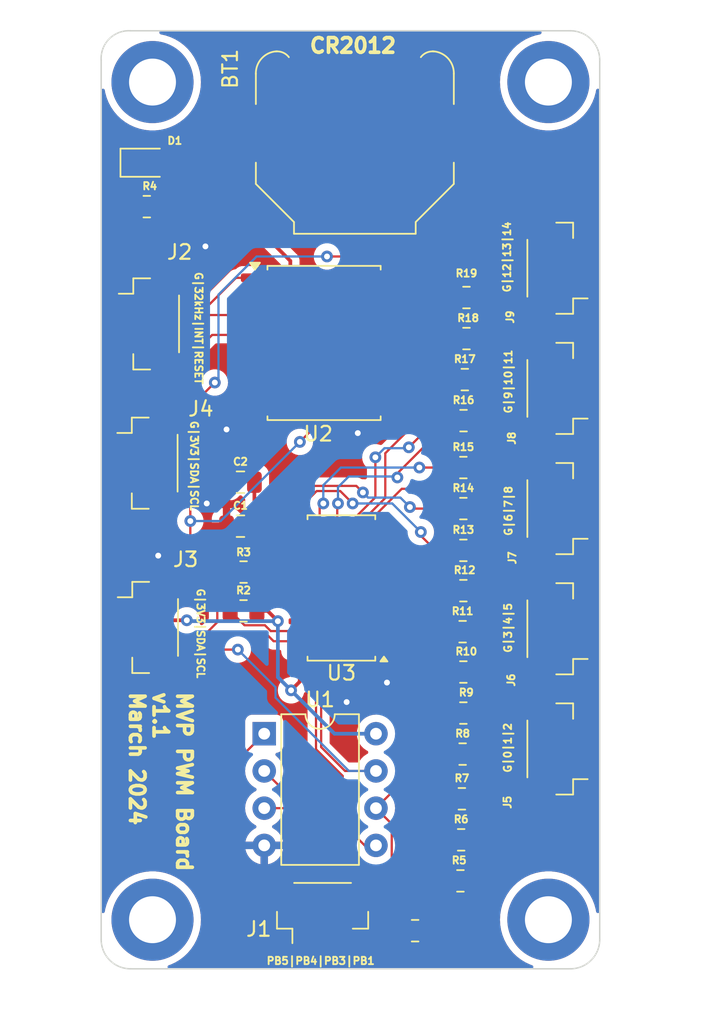
<source format=kicad_pcb>
(kicad_pcb (version 20240108) (generator "pcbnew") (generator_version "8.0")
  (layers (0 "F.Cu" signal) (31 "B.Cu" signal) (34 "B.Paste" user) (35 "F.Paste" user) (36 "B.SilkS" user "B.Silkscreen") (37 "F.SilkS" user "F.Silkscreen") (38 "B.Mask" user) (39 "F.Mask" user) (44 "Edge.Cuts" user))
  (net 0 "")
  (net 1 "GND")
  (net 2 "PWM2")
  (net 3 "PWM3")
  (net 4 "PWM4")
  (net 5 "PWM5")
  (net 6 "PWM6")
  (net 7 "PWM7")
  (net 8 "PWM8")
  (net 9 "PWM9")
  (net 10 "PWM0")
  (net 11 "PWM1")
  (net 12 "PWM10")
  (net 13 "PWM11")
  (net 14 "PWM12")
  (net 15 "PWM13")
  (net 16 "PWM14")
  (net 17 "3V3")
  (net 18 "I2C_SDA")
  (net 19 "I2C_SCL")
  (net 20 "PB5")
  (net 21 "PB1")
  (net 22 "Net-(BT1-+)")
  (net 23 "Net-(D1-K)")
  (net 24 "32KHz")
  (net 25 "INT_SQW")
  (net 26 "RTC_RESET")
  (net 27 "Net-(U3-LED0)")
  (net 28 "Net-(U3-LED1)")
  (net 29 "Net-(U3-LED2)")
  (net 30 "Net-(U3-LED3)")
  (net 31 "Net-(U3-LED4)")
  (net 32 "Net-(U3-LED5)")
  (net 33 "Net-(U3-LED6)")
  (net 34 "Net-(U3-LED7)")
  (net 35 "Net-(U3-LED8)")
  (net 36 "Net-(U3-LED9)")
  (net 37 "Net-(U3-LED10)")
  (net 38 "Net-(U3-LED11)")
  (net 39 "Net-(U3-LED12)")
  (net 40 "Net-(U3-LED13)")
  (net 41 "Net-(U3-LED14)")
  (net 43 "PB3")
  (net 44 "PB4")
  (footprint "Resistor_SMD:R_0805_2012Metric" (layer "F.Cu") (at 124.7 92.6)
    (property "Reference" "R14")
    (property "Value" "220")
  )
  (footprint "Connector_JST:JST_SH_BM04B-SRSS-TB_1x04-1MP_P1.00mm_Vertical" (layer "F.Cu") (at 103.23 100.71 -90)
    (property "Reference" "J3")
    (property "Value" "I2C")
  )
  (footprint "Resistor_SMD:R_0805_2012Metric" (layer "F.Cu") (at 103.1125 72)
    (property "Reference" "R4")
    (property "Value" "220")
  )
  (footprint "Resistor_SMD:R_0805_2012Metric" (layer "F.Cu") (at 124.8 83.8)
    (property "Reference" "R17")
    (property "Value" "220")
  )
  (footprint "Resistor_SMD:R_0805_2012Metric" (layer "F.Cu") (at 124.7125 86.6)
    (property "Reference" "R16")
    (property "Value" "220")
  )
  (footprint "Resistor_SMD:R_0805_2012Metric" (layer "F.Cu") (at 124.9125 81)
    (property "Reference" "R18")
    (property "Value" "220")
  )
  (footprint "Capacitor_SMD:C_0805_2012Metric" (layer "F.Cu") (at 109.5 93.8 180)
    (property "Reference" "C1")
    (property "Value" "10uF")
  )
  (footprint "MountingHole:MountingHole_3.2mm_M3_DIN965_Pad" (layer "F.Cu") (at 130.5 120.65)
    (property "Reference" "H2" (hide yes))
    (property "Value" "MountingHole")
  )
  (footprint "MountingHole:MountingHole_3.2mm_M3_DIN965_Pad" (layer "F.Cu") (at 103.5 120.65)
    (property "Reference" "H3" (hide yes))
    (property "Value" "MountingHole")
  )
  (footprint "MountingHole:MountingHole_3.2mm_M3_DIN965_Pad" (layer "F.Cu") (at 130.5 63.5)
    (property "Reference" "H4" (hide yes))
    (property "Value" "MountingHole")
  )
  (footprint "Connector_JST:JST_SH_BM04B-SRSS-TB_1x04-1MP_P1.00mm_Vertical" (layer "F.Cu") (at 131.075 76.2 90)
    (property "Reference" "J9")
    (property "Value" "PWM6-7")
  )
  (footprint "Battery:BatteryHolder_Keystone_3000_1x12mm" (layer "F.Cu") (at 117.3 67 180)
    (property "Reference" "BT1")
    (property "Value" "Battery_Cell")
  )
  (footprint "Connector_JST:JST_SH_BM04B-SRSS-TB_1x04-1MP_P1.00mm_Vertical" (layer "F.Cu") (at 131.075 92.6 90)
    (property "Reference" "J7")
    (property "Value" "PWM4-5")
  )
  (footprint "Connector_JST:JST_SH_BM04B-SRSS-TB_1x04-1MP_P1.00mm_Vertical" (layer "F.Cu") (at 103.2 89.5 -90)
    (property "Reference" "J4")
    (property "Value" "I2C")
  )
  (footprint "MountingHole:MountingHole_3.2mm_M3_DIN965_Pad" (layer "F.Cu") (at 103.5 63.5)
    (property "Reference" "H1" (hide yes))
    (property "Value" "MountingHole")
  )
  (footprint "Resistor_SMD:R_0805_2012Metric" (layer "F.Cu") (at 109.7075 99.58 180)
    (property "Reference" "R2")
    (property "Value" "10k")
  )
  (footprint "Resistor_SMD:R_0805_2012Metric" (layer "F.Cu") (at 121.41 121.4)
    (property "Reference" "R1" (hide yes))
    (property "Value" "10k")
  )
  (footprint "Resistor_SMD:R_0805_2012Metric" (layer "F.Cu") (at 124.65 109.35)
    (property "Reference" "R8")
    (property "Value" "220")
  )
  (footprint "Resistor_SMD:R_0805_2012Metric" (layer "F.Cu") (at 124.7 89.8)
    (property "Reference" "R15")
    (property "Value" "220")
  )
  (footprint "Connector_JST:JST_SH_BM04B-SRSS-TB_1x04-1MP_P1.00mm_Vertical" (layer "F.Cu") (at 115.1 120.15)
    (property "Reference" "J1")
    (property "Value" "GPIO")
  )
  (footprint "Package_DIP:DIP-8_W7.62mm" (layer "F.Cu") (at 111.12 107.96)
    (property "Reference" "U1")
    (property "Value" "ATtiny85-20P")
  )
  (footprint "Capacitor_SMD:C_0805_2012Metric" (layer "F.Cu") (at 109.5 90.8 180)
    (property "Reference" "C2")
    (property "Value" "10uF")
  )
  (footprint "Resistor_SMD:R_0805_2012Metric" (layer "F.Cu") (at 124.55 115.2)
    (property "Reference" "R6")
    (property "Value" "220")
  )
  (footprint "Connector_JST:JST_SH_BM04B-SRSS-TB_1x04-1MP_P1.00mm_Vertical" (layer "F.Cu") (at 131.075 109 90)
    (property "Reference" "J5")
    (property "Value" "PWM0-1")
  )
  (footprint "Package_SO:SOIC-16W_7.5x10.3mm_P1.27mm" (layer "F.Cu") (at 115.2 81.3)
    (property "Reference" "U2")
    (property "Value" "DS3231M")
  )
  (footprint "Resistor_SMD:R_0805_2012Metric" (layer "F.Cu") (at 109.71 96.93 180)
    (property "Reference" "R3")
    (property "Value" "10k")
  )
  (footprint "Resistor_SMD:R_0805_2012Metric" (layer "F.Cu") (at 124.7 106.55)
    (property "Reference" "R9")
    (property "Value" "220")
  )
  (footprint "Package_SO:TSSOP-28_4.4x9.7mm_P0.65mm" (layer "F.Cu") (at 116.3825 98.015 180)
    (property "Reference" "U3")
    (property "Value" "PCA9685PW")
  )
  (footprint "Resistor_SMD:R_0805_2012Metric" (layer "F.Cu") (at 124.5 118)
    (property "Reference" "R5")
    (property "Value" "220")
  )
  (footprint "Connector_JST:JST_SH_BM04B-SRSS-TB_1x04-1MP_P1.00mm_Vertical" (layer "F.Cu") (at 103.3 80 -90)
    (property "Reference" "J2")
    (property "Value" "GPIO")
  )
  (footprint "Resistor_SMD:R_0805_2012Metric" (layer "F.Cu") (at 124.7 95.45)
    (property "Reference" "R13")
    (property "Value" "220")
  )
  (footprint "LED_SMD:LED_0805_2012Metric" (layer "F.Cu") (at 103 69)
    (property "Reference" "D1")
    (property "Value" "LED")
  )
  (footprint "Resistor_SMD:R_0805_2012Metric" (layer "F.Cu") (at 124.6 112.4)
    (property "Reference" "R7")
    (property "Value" "220")
  )
  (footprint "Resistor_SMD:R_0805_2012Metric" (layer "F.Cu") (at 124.65 101)
    (property "Reference" "R11")
    (property "Value" "220")
  )
  (footprint "Resistor_SMD:R_0805_2012Metric" (layer "F.Cu") (at 124.7 98.2)
    (property "Reference" "R12")
    (property "Value" "220")
  )
  (footprint "Resistor_SMD:R_0805_2012Metric" (layer "F.Cu") (at 124.9125 78.2)
    (property "Reference" "R19")
    (property "Value" "220")
  )
  (footprint "Connector_JST:JST_SH_BM04B-SRSS-TB_1x04-1MP_P1.00mm_Vertical" (layer "F.Cu") (at 131.075 100.8 90)
    (property "Reference" "J6")
    (property "Value" "PWM2-3")
  )
  (footprint "Resistor_SMD:R_0805_2012Metric" (layer "F.Cu") (at 124.7 103.75)
    (property "Reference" "R10")
    (property "Value" "220")
  )
  (footprint "Connector_JST:JST_SH_BM04B-SRSS-TB_1x04-1MP_P1.00mm_Vertical" (layer "F.Cu") (at 131.075 84.4 90)
    (property "Reference" "J8")
    (property "Value" "PWM6-7")
  )
  (gr_line (start 132 60) (end 102 60) (stroke (width 0.1)) (layer "Edge.Cuts"))
  (gr_line (start 100 62) (end 100 122) (stroke (width 0.1)) (layer "Edge.Cuts"))
  (gr_arc (start 132 60) (mid 133.414213 60.585786) (end 134 62) (stroke (width 0.1)) (layer "Edge.Cuts"))
  (gr_arc (start 134 122) (mid 133.414214 123.414214) (end 132 124) (stroke (width 0.1)) (layer "Edge.Cuts"))
  (gr_arc (start 102 124) (mid 100.585786 123.414214) (end 100 122) (stroke (width 0.1)) (layer "Edge.Cuts"))
  (gr_arc (start 100 62) (mid 100.55094 60.55094) (end 102 60) (stroke (width 0.1)) (layer "Edge.Cuts"))
  (gr_line (start 134 122) (end 134 62) (stroke (width 0.1)) (layer "Edge.Cuts"))
  (gr_line (start 102 124) (end 132 124) (stroke (width 0.1)) (layer "Edge.Cuts"))
  (gr_text "G|3V3|SDA|SCL" (at 106.49 97.99 270) (layer "F.SilkS") (effects (font (size 0.5 0.5) (thickness 0.125) (bold yes)) (justify left bottom)))
  (gr_text "G|3V3|SDA|SCL" (at 106.05 86.55 270) (layer "F.SilkS") (effects (font (size 0.5 0.5) (thickness 0.125) (bold yes)) (justify left bottom)))
  (gr_text "G|12|13|14" (at 127.97 77.91 90) (layer "F.SilkS") (effects (font (size 0.5 0.5) (thickness 0.125) (bold yes)) (justify left bottom)))
  (gr_text "MVP PWM Board\nv1.1\nMarch 2024" (at 101.86 105 270) (layer "F.SilkS") (effects (font (size 1 1) (thickness 0.25) (bold yes)) (justify left bottom)))
  (gr_text "G|9|10|11" (at 128.06 86.17 90) (layer "F.SilkS") (effects (font (size 0.5 0.5) (thickness 0.125) (bold yes)) (justify left bottom)))
  (gr_text "PB5|PB4|PB3|PB1" (at 111.22 123.75 0) (layer "F.SilkS") (effects (font (size 0.5 0.5) (thickness 0.125) (bold yes)) (justify left bottom)))
  (gr_text "CR2012" (at 114.1 61.6 0) (layer "F.SilkS") (effects (font (size 1 1) (thickness 0.25) (bold yes)) (justify left bottom)))
  (gr_text "G|32kHz|INT|RESET" (at 106.35 76.4 270) (layer "F.SilkS") (effects (font (size 0.5 0.5) (thickness 0.125) (bold yes)) (justify left bottom)))
  (gr_text "G|3|4|5" (at 128.04 102.5 90) (layer "F.SilkS") (effects (font (size 0.5 0.5) (thickness 0.125) (bold yes)) (justify left bottom)))
  (gr_text "G|0|1|2" (at 128.02 110.68 90) (layer "F.SilkS") (effects (font (size 0.5 0.5) (thickness 0.125) (bold yes)) (justify left bottom)))
  (gr_text "G|6|7|8" (at 128.07 94.52 90) (layer "F.SilkS") (effects (font (size 0.5 0.5) (thickness 0.125) (bold yes)) (justify left bottom)))
  (segment (start 113.52 100.29) (end 114.77 100.29) (width 0.1524) (layer "F.Cu") (net 1))
  (segment (start 113.5375 99.625) (end 112.915202 99.625) (width 0.1524) (layer "F.Cu") (net 1))
  (segment (start 113.52 99.64) (end 114.58 99.64) (width 0.1524) (layer "F.Cu") (net 1))
  (segment (start 117.66 95.88) (end 117.66 94.752702) (width 0.1524) (layer "F.Cu") (net 1))
  (segment (start 111.1 115.543914) (end 111.1 115.68) (width 0.1524) (layer "F.Cu") (net 1))
  (segment (start 117.66 94.752702) (end 118.637702 93.775) (width 0.1524) (layer "F.Cu") (net 1))
  (segment (start 118.637702 93.775) (end 119.2625 93.775) (width 0.1524) (layer "F.Cu") (net 1))
  (segment (start 114.58 99.64) (end 114.92 99.98) (width 0.1524) (layer "F.Cu") (net 1))
  (via (at 107.2 92.25) (size 0.8) (drill 0.4) (layers "F.Cu" "B.Cu") (net 1))
  (via (at 119.49 104.47) (size 0.8) (drill 0.4) (layers "F.Cu" "B.Cu") (net 1))
  (via (at 103.89 95.81) (size 0.8) (drill 0.4) (layers "F.Cu" "B.Cu") (net 1))
  (via (at 107.11 74.71) (size 0.8) (drill 0.4) (layers "F.Cu" "B.Cu") (net 1))
  (via (at 116.74 105.8) (size 0.8) (drill 0.4) (layers "F.Cu" "B.Cu") (net 1))
  (via (at 117.5 87.45) (size 0.8) (drill 0.4) (layers "F.Cu" "B.Cu") (net 1))
  (via (at 108.55 87.2) (size 0.8) (drill 0.4) (layers "F.Cu" "B.Cu") (net 1))
  (segment (start 132.4 107.5) (end 131.003264 107.5) (width 0.1524) (layer "F.Cu") (net 2))
  (segment (start 126.103264 112.4) (end 125.5125 112.4) (width 0.1524) (layer "F.Cu") (net 2))
  (segment (start 131.003264 107.5) (end 126.103264 112.4) (width 0.1524) (layer "F.Cu") (net 2))
  (segment (start 131.8496 101.3) (end 131.7996 101.25) (width 0.1524) (layer "F.Cu") (net 3))
  (segment (start 129.798368 101.25) (end 126.8524 104.195968) (width 0.1524) (layer "F.Cu") (net 3))
  (segment (start 125.5625 109.35) (end 125.5125 109.4) (width 0.1524) (layer "F.Cu") (net 3))
  (segment (start 132.4 101.3) (end 131.8496 101.3) (width 0.1524) (layer "F.Cu") (net 3))
  (segment (start 131.7996 101.25) (end 129.798368 101.25) (width 0.1524) (layer "F.Cu") (net 3))
  (segment (start 126.8524 104.195968) (end 126.8524 108.0601) (width 0.1524) (layer "F.Cu") (net 3))
  (segment (start 126.8524 108.0601) (end 125.5625 109.35) (width 0.1524) (layer "F.Cu") (net 3))
  (segment (start 126.5 105.6625) (end 125.5625 106.6) (width 0.1524) (layer "F.Cu") (net 4))
  (segment (start 126.5 103.798368) (end 126.5 105.6625) (width 0.1524) (layer "F.Cu") (net 4))
  (segment (start 132.4 100.3) (end 129.998368 100.3) (width 0.1524) (layer "F.Cu") (net 4))
  (segment (start 129.998368 100.3) (end 126.5 103.798368) (width 0.1524) (layer "F.Cu") (net 4))
  (segment (start 126 103.8) (end 125.5625 103.8) (width 0.1524) (layer "F.Cu") (net 5))
  (segment (start 132.4 99.3) (end 130.5 99.3) (width 0.1524) (layer "F.Cu") (net 5))
  (segment (start 130.5 99.3) (end 126 103.8) (width 0.1524) (layer "F.Cu") (net 5))
  (segment (start 126.95 96.573914) (end 126.95 99.6125) (width 0.1524) (layer "F.Cu") (net 6))
  (segment (start 126.95 99.6125) (end 125.5625 101) (width 0.1524) (layer "F.Cu") (net 6))
  (segment (start 132.4 93.1) (end 130.423914 93.1) (width 0.1524) (layer "F.Cu") (net 6))
  (segment (start 130.423914 93.1) (end 126.95 96.573914) (width 0.1524) (layer "F.Cu") (net 6))
  (segment (start 132.4 92.1) (end 130.4 92.1) (width 0.1524) (layer "F.Cu") (net 7))
  (segment (start 125.75 98.2) (end 125.6125 98.2) (width 0.1524) (layer "F.Cu") (net 7))
  (segment (start 126.55 95.95) (end 126.55 97.4) (width 0.1524) (layer "F.Cu") (net 7))
  (segment (start 126.55 97.4) (end 125.75 98.2) (width 0.1524) (layer "F.Cu") (net 7))
  (segment (start 130.4 92.1) (end 126.55 95.95) (width 0.1524) (layer "F.Cu") (net 7))
  (segment (start 132.4 91.1) (end 130.55 91.1) (width 0.1524) (layer "F.Cu") (net 8))
  (segment (start 130.55 91.1) (end 126.2 95.45) (width 0.1524) (layer "F.Cu") (net 8))
  (segment (start 126.2 95.45) (end 125.6125 95.45) (width 0.1524) (layer "F.Cu") (net 8))
  (segment (start 126.43 88.32) (end 126.43 91.7825) (width 0.1524) (layer "F.Cu") (net 9))
  (segment (start 129.85 84.9) (end 126.43 88.32) (width 0.1524) (layer "F.Cu") (net 9))
  (segment (start 125.6125 92.6) (end 125.425 92.6) (width 0.1524) (layer "F.Cu") (net 9))
  (segment (start 126.43 91.7825) (end 125.6125 92.6) (width 0.1524) (layer "F.Cu") (net 9))
  (segment (start 132.4 84.9) (end 129.85 84.9) (width 0.1524) (layer "F.Cu") (net 9))
  (segment (start 130 109.5) (end 126.8024 112.6976) (width 0.1524) (layer "F.Cu") (net 10))
  (segment (start 126.8024 112.6976) (end 126.8024 116.6101) (width 0.1524) (layer "F.Cu") (net 10))
  (segment (start 132.4 109.5) (end 130 109.5) (width 0.1524) (layer "F.Cu") (net 10))
  (segment (start 126.8024 116.6101) (end 125.4125 118) (width 0.1524) (layer "F.Cu") (net 10))
  (segment (start 130.501632 108.5) (end 126.45 112.551632) (width 0.1524) (layer "F.Cu") (net 11))
  (segment (start 132.4 108.5) (end 130.501632 108.5) (width 0.1524) (layer "F.Cu") (net 11))
  (segment (start 126.45 112.551632) (end 126.45 114.2125) (width 0.1524) (layer "F.Cu") (net 11))
  (segment (start 126.45 114.2125) (end 125.4625 115.2) (width 0.1524) (layer "F.Cu") (net 11))
  (segment (start 125.6125 88.6375) (end 125.6125 89.8) (width 0.1524) (layer "F.Cu") (net 12))
  (segment (start 132.4 83.9) (end 130.35 83.9) (width 0.1524) (layer "F.Cu") (net 12))
  (segment (start 125.6125 89.8) (end 125.625 89.8) (width 0.1524) (layer "F.Cu") (net 12))
  (segment (start 130.35 83.9) (end 125.6125 88.6375) (width 0.1524) (layer "F.Cu") (net 12))
  (segment (start 132.4 82.9) (end 130.8 82.9) (width 0.1524) (layer "F.Cu") (net 13))
  (segment (start 130.8 82.9) (end 127.1 86.6) (width 0.1524) (layer "F.Cu") (net 13))
  (segment (start 127.1 86.6) (end 125.625 86.6) (width 0.1524) (layer "F.Cu") (net 13))
  (segment (start 126.97 80.08) (end 126.97 83.48) (width 0.1524) (layer "F.Cu") (net 14))
  (segment (start 126.97 83.48) (end 126.65 83.8) (width 0.1524) (layer "F.Cu") (net 14))
  (segment (start 130.35 76.7) (end 126.97 80.08) (width 0.1524) (layer "F.Cu") (net 14))
  (segment (start 132.4 76.7) (end 130.35 76.7) (width 0.1524) (layer "F.Cu") (net 14))
  (segment (start 126.65 83.8) (end 125.7125 83.8) (width 0.1524) (layer "F.Cu") (net 14))
  (segment (start 130.851632 75.7) (end 125.825 80.726632) (width 0.1524) (layer "F.Cu") (net 15))
  (segment (start 132.4 75.7) (end 130.851632 75.7) (width 0.1524) (layer "F.Cu") (net 15))
  (segment (start 125.825 80.726632) (end 125.825 81) (width 0.1524) (layer "F.Cu") (net 15))
  (segment (start 127.853264 78.2) (end 125.825 78.2) (width 0.1524) (layer "F.Cu") (net 16))
  (segment (start 131.353264 74.7) (end 127.853264 78.2) (width 0.1524) (layer "F.Cu") (net 16))
  (segment (start 132.4 74.7) (end 131.353264 74.7) (width 0.1524) (layer "F.Cu") (net 16))
  (segment (start 112.9 75.7) (end 112.9 78) (width 0.254) (layer "F.Cu") (net 17))
  (segment (start 106.2 69) (end 112.9 75.7) (width 0.254) (layer "F.Cu") (net 17))
  (segment (start 109.75 89) (end 110.52 88.23) (width 0.254) (layer "F.Cu") (net 17))
  (segment (start 110.62 99.58) (end 110.62 96.9325) (width 0.254) (layer "F.Cu") (net 17))
  (segment (start 112.95 105) (end 113.5375 104.4125) (width 0.254) (layer "F.Cu") (net 17))
  (segment (start 110.45 93.8) (end 110.45 90.8) (width 0.254) (layer "F.Cu") (net 17))
  (segment (start 113.5375 104.4125) (end 113.5375 102.225) (width 0.254) (layer "F.Cu") (net 17))
  (segment (start 110.6225 96.93) (end 110.6225 93.9725) (width 0.254) (layer "F.Cu") (net 17))
  (segment (start 112.05 100.28) (end 112.05 100.09) (width 0.1524) (layer "F.Cu") (net 17))
  (segment (start 110.6225 93.9725) (end 110.45 93.8) (width 0.254) (layer "F.Cu") (net 17))
  (segment (start 110.62 96.9325) (end 110.6225 96.93) (width 0.254) (layer "F.Cu") (net 17))
  (segment (start 103.9375 69) (end 106.2 69) (width 0.254) (layer "F.Cu") (net 17))
  (segment (start 105.84 100.22) (end 105.86 100.2) (width 0.1524) (layer "F.Cu") (net 17))
  (segment (start 112.775 78.125) (end 110.55 78.125) (width 0.254) (layer "F.Cu") (net 17))
  (segment (start 110.52 88.23) (end 110.45 88.3) (width 0.1524) (layer "F.Cu") (net 17))
  (segment (start 110.3125 93.9375) (end 110.45 93.8) (width 0.1524) (layer "F.Cu") (net 17))
  (segment (start 112.05 100.28) (end 111.35 99.58) (width 0.254) (layer "F.Cu") (net 17))
  (segment (start 112.9 78) (end 112.775 78.125) (width 0.1524) (layer "F.Cu") (net 17))
  (segment (start 111.35 99.58) (end 110.62 99.58) (width 0.254) (layer "F.Cu") (net 17))
  (segment (start 101.545 100.22) (end 105.84 100.22) (width 0.254) (layer "F.Cu") (net 17))
  (segment (start 101.875 89) (end 109.75 89) (width 0.254) (layer "F.Cu") (net 17))
  (segment (start 112.9 85.85) (end 110.52 88.23) (width 0.254) (layer "F.Cu") (net 17))
  (segment (start 112.9 78) (end 112.9 85.85) (width 0.254) (layer "F.Cu") (net 17))
  (segment (start 110.45 88.3) (end 110.45 90.8) (width 0.254) (layer "F.Cu") (net 17))
  (segment (start 110.1057 78.125) (end 110.55 78.125) (width 0.1524) (layer "F.Cu") (net 17))
  (via (at 112.95 105) (size 0.8) (drill 0.4) (layers "F.Cu" "B.Cu") (net 17))
  (via (at 105.84 100.22) (size 0.8) (drill 0.4) (layers "F.Cu" "B.Cu") (net 17))
  (via (at 112.05 100.28) (size 0.8) (drill 0.4) (layers "F.Cu" "B.Cu") (net 17))
  (segment (start 112.95 105) (end 115.91 107.96) (width 0.254) (layer "B.Cu") (net 17))
  (segment (start 112.05 100.28) (end 106.06 100.28) (width 0.254) (layer "B.Cu") (net 17))
  (segment (start 106 100.22) (end 105.84 100.22) (width 0.1524) (layer "B.Cu") (net 17))
  (segment (start 112.05 104.1) (end 112.95 105) (width 0.254) (layer "B.Cu") (net 17))
  (segment (start 112.05 100.28) (end 112.05 104.1) (width 0.254) (layer "B.Cu") (net 17))
  (segment (start 115.91 107.96) (end 118.74 107.96) (width 0.254) (layer "B.Cu") (net 17))
  (segment (start 106.06 100.28) (end 106 100.22) (width 0.1524) (layer "B.Cu") (net 17))
  (segment (start 114.65 109.018368) (end 116.47 110.838368) (width 0.1524) (layer "F.Cu") (net 18))
  (segment (start 114.65 102.097702) (end 114.65 109.018368) (width 0.1524) (layer "F.Cu") (net 18))
  (segment (start 116.47 110.838368) (end 116.47 114.08) (width 0.1524) (layer "F.Cu") (net 18))
  (segment (start 105.15 90) (end 101.875 90) (width 0.1524) (layer "F.Cu") (net 18))
  (segment (start 105.796292 101.22) (end 111.33 101.22) (width 0.1524) (layer "F.Cu") (net 18))
  (segment (start 107.05 101.22) (end 107.92 100.35) (width 0.1524) (layer "F.Cu") (net 18))
  (segment (start 119.025 78.125) (end 119.85 78.125) (width 0.1524) (layer "F.Cu") (net 18))
  (segment (start 118.381632 115.68) (end 118.72 115.68) (width 0.1524) (layer "F.Cu") (net 18))
  (segment (start 117.96 115.57) (end 118.73 115.57) (width 0.1524) (layer "F.Cu") (net 18))
  (segment (start 106.08 95.08) (end 107.93 96.93) (width 0.1524) (layer "F.Cu") (net 18))
  (segment (start 113.55 88.05) (end 114.5 87.1) (width 0.1524) (layer "F.Cu") (net 18))
  (segment (start 111.76 101.65) (end 113.46 101.65) (width 0.1524) (layer "F.Cu") (net 18))
  (segment (start 106.08 93.45) (end 106.08 90.93) (width 0.1524) (layer "F.Cu") (net 18))
  (segment (start 113.46 101.65) (end 113.52 101.59) (width 0.1524) (layer "F.Cu") (net 18))
  (segment (start 101.545 101.22) (end 105.796292 101.22) (width 0.1524) (layer "F.Cu") (net 18))
  (segment (start 107.92 100.35) (end 107.92 97.8075) (width 0.1524) (layer "F.Cu") (net 18))
  (segment (start 111.33 101.22) (end 111.76 101.65) (width 0.1524) (layer "F.Cu") (net 18))
  (segment (start 116.47 114.08) (end 117.96 115.57) (width 0.1524) (layer "F.Cu") (net 18))
  (segment (start 106.08 90.93) (end 105.15 90) (width 0.1524) (layer "F.Cu") (net 18))
  (segment (start 114.5 87.1) (end 114.5 82.65) (width 0.1524) (layer "F.Cu") (net 18))
  (segment (start 107.92 97.8075) (end 108.7975 96.93) (width 0.1524) (layer "F.Cu") (net 18))
  (segment (start 114.5 82.65) (end 119.025 78.125) (width 0.1524) (layer "F.Cu") (net 18))
  (segment (start 106.08 93.45) (end 106.08 95.08) (width 0.1524) (layer "F.Cu") (net 18))
  (segment (start 114.316098 101.7638) (end 114.65 102.097702) (width 0.1524) (layer "F.Cu") (net 18))
  (segment (start 113.6938 101.7638) (end 114.316098 101.7638) (width 0.1524) (layer "F.Cu") (net 18))
  (segment (start 113.52 101.59) (end 113.6938 101.7638) (width 0.1524) (layer "F.Cu") (net 18))
  (segment (start 107.93 96.93) (end 108.7975 96.93) (width 0.1524) (layer "F.Cu") (net 18))
  (segment (start 105.796292 101.22) (end 107.05 101.22) (width 0.1524) (layer "F.Cu") (net 18))
  (via (at 106.08 93.45) (size 0.8) (drill 0.4) (layers "F.Cu" "B.Cu") (net 18))
  (via (at 113.55 88.05) (size 0.8) (drill 0.4) (layers "F.Cu" "B.Cu") (net 18))
  (segment (start 106.05 93.48) (end 106.08 93.45) (width 0.1524) (layer "B.Cu") (net 18))
  (segment (start 113.55 88.05) (end 108.15 93.45) (width 0.1524) (layer "B.Cu") (net 18))
  (segment (start 108.15 93.45) (end 106.08 93.45) (width 0.1524) (layer "B.Cu") (net 18))
  (segment (start 100.770001 102.22) (end 100.59 102.039999) (width 0.1524) (layer "F.Cu") (net 19))
  (segment (start 111.168369 100.56) (end 109.775 100.56) (width 0.1524) (layer "F.Cu") (net 19))
  (segment (start 100.7727 90.445) (end 101.6014 91.2736) (width 0.1524) (layer "F.Cu") (net 19))
  (segment (start 118.395 75.4) (end 119.85 76.855) (width 0.1524) (layer "F.Cu") (net 19))
  (segment (start 107.75 84) (end 107.05 84.7) (width 0.1524) (layer "F.Cu") (net 19))
  (segment (start 116.63 110.5) (end 118.74 110.5) (width 0.1524) (layer "F.Cu") (net 19))
  (segment (start 118.74 110.91) (end 118.73 110.92) (width 0.1524) (layer "F.Cu") (net 19))
  (segment (start 109.775 100.56) (end 108.795 99.58) (width 0.1524) (layer "F.Cu") (net 19))
  (segment (start 100.59 102.039999) (end 100.59 92.285) (width 0.1524) (layer "F.Cu") (net 19))
  (segment (start 115.0024 101.2724) (end 115.0024 108.8724) (width 0.1524) (layer "F.Cu") (net 19))
  (segment (start 101.9 84.7) (end 100.7727 85.8273) (width 0.1524) (layer "F.Cu") (net 19))
  (segment (start 115.0024 108.8724) (end 116.63 110.5) (width 0.1524) (layer "F.Cu") (net 19))
  (segment (start 113.52 100.94) (end 114.67 100.94) (width 0.1524) (layer "F.Cu") (net 19))
  (segment (start 113.4825 100.98) (end 113.5375 100.925) (width 0.1524) (layer "F.Cu") (net 19))
  (segment (start 115.4 75.4) (end 118.395 75.4) (width 0.1524) (layer "F.Cu") (net 19))
  (segment (start 113.5038 100.9562) (end 111.564569 100.9562) (width 0.1524) (layer "F.Cu") (net 19))
  (segment (start 113.52 100.94) (end 113.5038 100.9562) (width 0.1524) (layer "F.Cu") (net 19))
  (segment (start 100.7727 85.8273) (end 100.7727 90.445) (width 0.1524) (layer "F.Cu") (net 19))
  (segment (start 107.05 84.7) (end 101.9 84.7) (width 0.1524) (layer "F.Cu") (net 19))
  (segment (start 100.59 92.285) (end 101.875 91) (width 0.1524) (layer "F.Cu") (net 19))
  (segment (start 114.67 100.94) (end 115.0024 101.2724) (width 0.1524) (layer "F.Cu") (net 19))
  (segment (start 109.32 102.22) (end 100.770001 102.22) (width 0.1524) (layer "F.Cu") (net 19))
  (segment (start 111.564569 100.9562) (end 111.168369 100.56) (width 0.1524) (layer "F.Cu") (net 19))
  (via (at 115.4 75.4) (size 0.8) (drill 0.4) (layers "F.Cu" "B.Cu") (net 19))
  (via (at 107.75 84) (size 0.8) (drill 0.4) (layers "F.Cu" "B.Cu") (net 19))
  (via (at 109.32 102.22) (size 0.8) (drill 0.4) (layers "F.Cu" "B.Cu") (net 19))
  (segment (start 108 83.75) (end 108 78) (width 0.1524) (layer "B.Cu") (net 19))
  (segment (start 107.75 84) (end 108 83.75) (width 0.1524) (layer "B.Cu") (net 19))
  (segment (start 118.55 110.6) (end 118.72 110.6) (width 0.254) (layer "B.Cu") (net 19))
  (segment (start 111.89 105.5) (end 116.89 110.5) (width 0.1524) (layer "B.Cu") (net 19))
  (segment (start 109.32 102.22) (end 111.89 104.79) (width 0.1524) (layer "B.Cu") (net 19))
  (segment (start 111.89 104.79) (end 111.89 105.5) (width 0.1524) (layer "B.Cu") (net 19))
  (segment (start 110.6 75.4) (end 115.4 75.4) (width 0.1524) (layer "B.Cu") (net 19))
  (segment (start 116.89 110.5) (end 118.74 110.5) (width 0.1524) (layer "B.Cu") (net 19))
  (segment (start 108 78) (end 110.6 75.4) (width 0.1524) (layer "B.Cu") (net 19))
  (segment (start 113.6 121.475) (end 113.073914 121.475) (width 0.1524) (layer "F.Cu") (net 20))
  (segment (start 113.073914 121.475) (end 108.78 117.181086) (width 0.1524) (layer "F.Cu") (net 20))
  (segment (start 108.78 110.3) (end 111.12 107.96) (width 0.1524) (layer "F.Cu") (net 20))
  (segment (start 108.78 117.181086) (end 108.78 110.3) (width 0.1524) (layer "F.Cu") (net 20))
  (segment (start 120.4975 121.4) (end 116.675 121.4) (width 0.1524) (layer "F.Cu") (net 21))
  (segment (start 116.84 100.91) (end 116.84 103.67) (width 0.1524) (layer "F.Cu") (net 21))
  (segment (start 116.675 121.4) (end 116.6 121.475) (width 0.1524) (layer "F.Cu") (net 21))
  (segment (start 114.92 98.99) (end 116.84 100.91) (width 0.1524) (layer "F.Cu") (net 21))
  (segment (start 120.57 107.4) (end 120.57 111.21) (width 0.1524) (layer "F.Cu") (net 21))
  (segment (start 117.245 121.475) (end 116.6 121.475) (width 0.1524) (layer "F.Cu") (net 21))
  (segment (start 113.52 98.99) (end 114.92 98.99) (width 0.1524) (layer "F.Cu") (net 21))
  (segment (start 118.74 113.04) (end 119.8162 114.1162) (width 0.1524) (layer "F.Cu") (net 21))
  (segment (start 119.8162 118.9038) (end 117.245 121.475) (width 0.1524) (layer "F.Cu") (net 21))
  (segment (start 116.84 103.67) (end 120.57 107.4) (width 0.1524) (layer "F.Cu") (net 21))
  (segment (start 120.57 111.21) (end 118.73 113.05) (width 0.1524) (layer "F.Cu") (net 21))
  (segment (start 119.8162 114.1162) (end 119.8162 118.9038) (width 0.1524) (layer "F.Cu") (net 21))
  (segment (start 118.73 113.41) (end 118.68 113.46) (width 0.1524) (layer "B.Cu") (net 21))
  (segment (start 125.2 70.95) (end 125.2 67) (width 0.1524) (layer "F.Cu") (net 22))
  (segment (start 113.3 74.1) (end 122.025 74.1) (width 0.1524) (layer "F.Cu") (net 22))
  (segment (start 120.874999 79.395) (end 122.025 78.244999) (width 0.1524) (layer "F.Cu") (net 22))
  (segment (start 122.025 78.244999) (end 122.025 74.125) (width 0.1524) (layer "F.Cu") (net 22))
  (segment (start 109.4 70.2) (end 113.3 74.1) (width 0.1524) (layer "F.Cu") (net 22))
  (segment (start 109.4 67) (end 109.4 70.2) (width 0.1524) (layer "F.Cu") (net 22))
  (segment (start 119.85 79.395) (end 120.874999 79.395) (width 0.1524) (layer "F.Cu") (net 22))
  (segment (start 122.025 74.125) (end 125.2 70.95) (width 0.1524) (layer "F.Cu") (net 22))
  (segment (start 102.0625 69) (end 102.2 69.1375) (width 0.1524) (layer "F.Cu") (net 23))
  (segment (start 102.2 69.1375) (end 102.2 72) (width 0.1524) (layer "F.Cu") (net 23))
  (segment (start 109.195 76.855) (end 106.55 79.5) (width 0.1524) (layer "F.Cu") (net 24))
  (segment (start 110.55 76.855) (end 111.0314 76.855) (width 0.1524) (layer "F.Cu") (net 24))
  (segment (start 110.55 76.855) (end 109.195 76.855) (width 0.1524) (layer "F.Cu") (net 24))
  (segment (start 106.55 79.5) (end 101.975 79.5) (width 0.1524) (layer "F.Cu") (net 24))
  (segment (start 110.55 79.395) (end 107.395 79.395) (width 0.1524) (layer "F.Cu") (net 25))
  (segment (start 107.395 79.395) (end 106.3924 80.3976) (width 0.1524) (layer "F.Cu") (net 25))
  (segment (start 102.0774 80.3976) (end 101.975 80.5) (width 0.1524) (layer "F.Cu") (net 25))
  (segment (start 106.3924 80.3976) (end 102.0774 80.3976) (width 0.1524) (layer "F.Cu") (net 25))
  (segment (start 110.465 80.75) (end 107.57 80.75) (width 0.1524) (layer "F.Cu") (net 26))
  (segment (start 106.82 81.5) (end 101.975 81.5) (width 0.1524) (layer "F.Cu") (net 26))
  (segment (start 107.57 80.75) (end 106.82 81.5) (width 0.1524) (layer "F.Cu") (net 26))
  (segment (start 120.475 98.975) (end 119.2625 98.975) (width 0.1524) (layer "F.Cu") (net 27))
  (segment (start 120.8356 106.930707) (end 120.8356 99.3356) (width 0.1524) (layer "F.Cu") (net 27))
  (segment (start 123.5875 118) (end 123.4 118) (width 0.1524) (layer "F.Cu") (net 27))
  (segment (start 122.5464 116.9589) (end 122.5464 110.668136) (width 0.1524) (layer "F.Cu") (net 27))
  (segment (start 123.5875 118) (end 122.5464 116.9589) (width 0.1524) (layer "F.Cu") (net 27))
  (segment (start 121.8476 107.942706) (end 120.8356 106.930707) (width 0.1524) (layer "F.Cu") (net 27))
  (segment (start 121.8476 109.969337) (end 121.8476 107.942706) (width 0.1524) (layer "F.Cu") (net 27))
  (segment (start 122.5464 110.668136) (end 121.8476 109.969337) (width 0.1524) (layer "F.Cu") (net 27))
  (segment (start 120.8356 99.3356) (end 120.475 98.975) (width 0.1524) (layer "F.Cu") (net 27))
  (segment (start 120.725 98.325) (end 121.188 98.788) (width 0.1524) (layer "F.Cu") (net 28))
  (segment (start 122.2 107.796737) (end 122.2 109.823368) (width 0.1524) (layer "F.Cu") (net 28))
  (segment (start 122.8988 110.522168) (end 122.8988 114.6988) (width 0.1524) (layer "F.Cu") (net 28))
  (segment (start 121.188 106.784738) (end 122.2 107.796737) (width 0.1524) (layer "F.Cu") (net 28))
  (segment (start 121.188 98.788) (end 121.188 106.784738) (width 0.1524) (layer "F.Cu") (net 28))
  (segment (start 119.2625 98.325) (end 120.725 98.325) (width 0.1524) (layer "F.Cu") (net 28))
  (segment (start 122.8988 114.6988) (end 123.4 115.2) (width 0.1524) (layer "F.Cu") (net 28))
  (segment (start 122.2 109.823368) (end 122.8988 110.522168) (width 0.1524) (layer "F.Cu") (net 28))
  (segment (start 121.5404 106.638769) (end 122.65 107.748368) (width 0.1524) (layer "F.Cu") (net 29))
  (segment (start 123.35 112.0625) (end 123.6875 112.4) (width 0.1524) (layer "F.Cu") (net 29))
  (segment (start 122.65 107.748368) (end 122.65 109.775) (width 0.1524) (layer "F.Cu") (net 29))
  (segment (start 122.65 109.775) (end 123.35 110.475) (width 0.1524) (layer "F.Cu") (net 29))
  (segment (start 120.825 97.675) (end 121.5404 98.3904) (width 0.1524) (layer "F.Cu") (net 29))
  (segment (start 119.2625 97.675) (end 120.825 97.675) (width 0.1524) (layer "F.Cu") (net 29))
  (segment (start 121.5404 98.3904) (end 121.5404 106.638769) (width 0.1524) (layer "F.Cu") (net 29))
  (segment (start 123.35 110.475) (end 123.35 112.0625) (width 0.1524) (layer "F.Cu") (net 29))
  (segment (start 123.7375 108.9475) (end 123.0024 108.2124) (width 0.1524) (layer "F.Cu") (net 30))
  (segment (start 123.0024 107.602399) (end 121.8928 106.4928) (width 0.1524) (layer "F.Cu") (net 30))
  (segment (start 121.8928 97.736274) (end 121.181526 97.025) (width 0.1524) (layer "F.Cu") (net 30))
  (segment (start 123.0024 108.2124) (end 123.0024 107.602399) (width 0.1524) (layer "F.Cu") (net 30))
  (segment (start 121.8928 106.4928) (end 121.8928 97.736274) (width 0.1524) (layer "F.Cu") (net 30))
  (segment (start 123.7375 109.35) (end 123.7375 108.9475) (width 0.1524) (layer "F.Cu") (net 30))
  (segment (start 121.181526 97.025) (end 119.2625 97.025) (width 0.1524) (layer "F.Cu") (net 30))
  (segment (start 123.7875 106.55) (end 122.67 106.55) (width 0.1524) (layer "F.Cu") (net 31))
  (segment (start 122.67 106.55) (end 122.2452 106.1252) (width 0.1524) (layer "F.Cu") (net 31))
  (segment (start 121.029894 96.375) (end 119.2625 96.375) (width 0.1524) (layer "F.Cu") (net 31))
  (segment (start 122.2452 106.1252) (end 122.2452 97.590306) (width 0.1524) (layer "F.Cu") (net 31))
  (segment (start 122.2452 97.590306) (end 121.029894 96.375) (width 0.1524) (layer "F.Cu") (net 31))
  (segment (start 119.2625 95.725) (end 120.878263 95.725) (width 0.1524) (layer "F.Cu") (net 32))
  (segment (start 122.5976 103.2176) (end 123.13 103.75) (width 0.1524) (layer "F.Cu") (net 32))
  (segment (start 120.878263 95.725) (end 122.5976 97.444337) (width 0.1524) (layer "F.Cu") (net 32))
  (segment (start 122.5976 97.444337) (end 122.5976 103.2176) (width 0.1524) (layer "F.Cu") (net 32))
  (segment (start 123.13 103.75) (end 123.7875 103.75) (width 0.1524) (layer "F.Cu") (net 32))
  (segment (start 122.95 97.298368) (end 120.726632 95.075) (width 0.1524) (layer "F.Cu") (net 33))
  (segment (start 122.95 100.55) (end 122.95 97.298368) (width 0.1524) (layer "F.Cu") (net 33))
  (segment (start 123.4 101) (end 122.95 100.55) (width 0.1524) (layer "F.Cu") (net 33))
  (segment (start 120.726632 95.075) (end 119.2625 95.075) (width 0.1524) (layer "F.Cu") (net 33))
  (segment (start 119.2625 95.075) (end 118.5379 95.075) (width 0.1524) (layer "F.Cu") (net 33))
  (segment (start 119.2625 94.425) (end 120.575 94.425) (width 0.1524) (layer "F.Cu") (net 34))
  (segment (start 123.7875 97.6375) (end 123.7875 98.2) (width 0.1524) (layer "F.Cu") (net 34))
  (segment (start 120.575 94.425) (end 123.7875 97.6375) (width 0.1524) (layer "F.Cu") (net 34))
  (segment (start 122.8 95.45) (end 123.7875 95.45) (width 0.1524) (layer "F.Cu") (net 35))
  (segment (start 121.8 94.45) (end 122.8 95.45) (width 0.1524) (layer "F.Cu") (net 35))
  (segment (start 117.15 92.25) (end 116.3024 91.4024) (width 0.1524) (layer "F.Cu") (net 35))
  (segment (start 114.6976 91.4024) (end 113.5375 92.5625) (width 0.1524) (layer "F.Cu") (net 35))
  (segment (start 113.5375 92.5625) (end 113.5375 93.775) (width 0.1524) (layer "F.Cu") (net 35))
  (segment (start 116.3024 91.4024) (end 114.6976 91.4024) (width 0.1524) (layer "F.Cu") (net 35))
  (via (at 121.8 94.2) (size 0.8) (drill 0.4) (layers "F.Cu" "B.Cu") (net 35))
  (via (at 117.15 92.25) (size 0.8) (drill 0.4) (layers "F.Cu" "B.Cu") (net 35))
  (segment (start 117.15 92.25) (end 119.85 92.25) (width 0.1524) (layer "B.Cu") (net 35))
  (segment (start 119.85 92.25) (end 121.8 94.2) (width 0.1524) (layer "B.Cu") (net 35))
  (segment (start 117.85 91.5) (end 117.4 91.05) (width 0.1524) (layer "F.Cu") (net 36))
  (segment (start 121.053146 92.496854) (end 121.156292 92.6) (width 0.1524) (layer "F.Cu") (net 36))
  (segment (start 117.4 91.05) (end 114.551632 91.05) (width 0.1524) (layer "F.Cu") (net 36))
  (segment (start 121.156292 92.6) (end 123.7875 92.6) (width 0.1524) (layer "F.Cu") (net 36))
  (segment (start 114.551632 91.05) (end 112.475 93.126632) (width 0.1524) (layer "F.Cu") (net 36))
  (segment (start 112.846188 94.425) (end 113.5375 94.425) (width 0.1524) (layer "F.Cu") (net 36))
  (segment (start 112.475 94.053812) (end 112.846188 94.425) (width 0.1524) (layer "F.Cu") (net 36))
  (segment (start 112.475 93.126632) (end 112.475 94.053812) (width 0.1524) (layer "F.Cu") (net 36))
  (via (at 117.85 91.5) (size 0.8) (drill 0.4) (layers "F.Cu" "B.Cu") (net 36))
  (via (at 121.053146 92.496854) (size 0.8) (drill 0.4) (layers "F.Cu" "B.Cu") (net 36))
  (segment (start 117.85 91.5) (end 118.2 91.85) (width 0.1524) (layer "B.Cu") (net 36))
  (segment (start 118.2 91.85) (end 120.406292 91.85) (width 0.1524) (layer "B.Cu") (net 36))
  (segment (start 120.406292 91.85) (end 121.053146 92.496854) (width 0.1524) (layer "B.Cu") (net 36))
  (segment (start 114.9 92.5) (end 114.9 94.4657) (width 0.1524) (layer "F.Cu") (net 37))
  (segment (start 121.7 89.8) (end 123.7875 89.8) (width 0.1524) (layer "F.Cu") (net 37))
  (segment (start 114.2907 95.075) (end 113.5375 95.075) (width 0.1524) (layer "F.Cu") (net 37))
  (segment (start 115.15 92.25) (end 114.9 92.5) (width 0.1524) (layer "F.Cu") (net 37))
  (segment (start 123.8 89.8) (end 123.7875 89.8) (width 0.1524) (layer "F.Cu") (net 37))
  (segment (start 114.9 94.4657) (end 114.2907 95.075) (width 0.1524) (layer "F.Cu") (net 37))
  (via (at 121.7 89.8) (size 0.8) (drill 0.4) (layers "F.Cu" "B.Cu") (net 37))
  (via (at 115.15 92.25) (size 0.8) (drill 0.4) (layers "F.Cu" "B.Cu") (net 37))
  (segment (start 121.7 89.8) (end 116.35 89.8) (width 0.1524) (layer "B.Cu") (net 37))
  (segment (start 116.35 89.8) (end 115.15 91) (width 0.1524) (layer "B.Cu") (net 37))
  (segment (start 115.15 91) (end 115.15 92.25) (width 0.1524) (layer "B.Cu") (net 37))
  (segment (start 116.1 93.8) (end 114.175 95.725) (width 0.1524) (layer "F.Cu") (net 38))
  (segment (start 120.2 90.198368) (end 123.798368 86.6) (width 0.1524) (layer "F.Cu") (net 38))
  (segment (start 114.175 95.725) (end 113.5375 95.725) (width 0.1524) (layer "F.Cu") (net 38))
  (segment (start 116.150003 92.25) (end 116.1 92.300003) (width 0.1524) (layer "F.Cu") (net 38))
  (segment (start 123.798368 86.6) (end 123.8 86.6) (width 0.1524) (layer "F.Cu") (net 38))
  (segment (start 116.1 92.300003) (end 116.1 93.8) (width 0.1524) (layer "F.Cu") (net 38))
  (segment (start 120.2 90.4762) (end 120.2 90.198368) (width 0.1524) (layer "F.Cu") (net 38))
  (via (at 116.150003 92.25) (size 0.8) (drill 0.4) (layers "F.Cu" "B.Cu") (net 38))
  (via (at 120.2 90.4762) (size 0.8) (drill 0.4) (layers "F.Cu" "B.Cu") (net 38))
  (segment (start 120.2 90.4762) (end 120.1338 90.41) (width 0.1524) (layer "B.Cu") (net 38))
  (segment (start 116.150003 91.139997) (end 116.150003 92.25) (width 0.1524) (layer "B.Cu") (net 38))
  (segment (start 116.88 90.41) (end 116.150003 91.139997) (width 0.1524) (layer "B.Cu") (net 38))
  (segment (start 120.1338 90.41) (end 116.88 90.41) (width 0.1524) (layer "B.Cu") (net 38))
  (segment (start 118.7 91.834798) (end 114.159798 96.375) (width 0.1524) (layer "F.Cu") (net 39))
  (segment (start 122.7 86.700816) (end 122.7 84.9875) (width 0.1524) (layer "F.Cu") (net 39))
  (segment (start 114.159798 96.375) (end 113.5375 96.375) (width 0.1524) (layer "F.Cu") (net 39))
  (segment (start 120.980408 88.420408) (end 122.7 86.700816) (width 0.1524) (layer "F.Cu") (net 39))
  (segment (start 122.7 84.9875) (end 123.8875 83.8) (width 0.1524) (layer "F.Cu") (net 39))
  (segment (start 118.7 89.1) (end 118.7 91.834798) (width 0.1524) (layer "F.Cu") (net 39))
  (via (at 118.7 89.1) (size 0.8) (drill 0.4) (layers "F.Cu" "B.Cu") (net 39))
  (via (at 120.980408 88.420408) (size 0.8) (drill 0.4) (layers "F.Cu" "B.Cu") (net 39))
  (segment (start 120.920816 88.48) (end 119.32 88.48) (width 0.1524) (layer "B.Cu") (net 39))
  (segment (start 120.980408 88.420408) (end 120.920816 88.48) (width 0.1524) (layer "B.Cu") (net 39))
  (segment (start 119.32 88.48) (end 118.7 89.1) (width 0.1524) (layer "B.Cu") (net 39))
  (segment (start 119.3762 91.875432) (end 119.3762 88.8238) (width 0.1524) (layer "F.Cu") (net 40))
  (segment (start 122.3476 85.8524) (end 122.3476 84.841532) (width 0.1524) (layer "F.Cu") (net 40))
  (segment (start 122.87 82.13) (end 124 81) (width 0.1524) (layer "F.Cu") (net 40))
  (segment (start 114.226632 97.025) (end 119.3762 91.875432) (width 0.1524) (layer "F.Cu") (net 40))
  (segment (start 112.915202 97.025) (end 114.226632 97.025) (width 0.1524) (layer "F.Cu") (net 40))
  (segment (start 122.3476 84.841532) (end 122.87 84.319132) (width 0.1524) (layer "F.Cu") (net 40))
  (segment (start 119.3762 88.8238) (end 122.3476 85.8524) (width 0.1524) (layer "F.Cu") (net 40))
  (segment (start 122.87 84.319132) (end 122.87 82.13) (width 0.1524) (layer "F.Cu") (net 40))
  (segment (start 120.5 91.25) (end 114.89 96.86) (width 0.1524) (layer "F.Cu") (net 41))
  (segment (start 124.8238 89.125114) (end 124.8238 90.474886) (width 0.1524) (layer "F.Cu") (net 41))
  (segment (start 114.89 96.86) (end 114.89 97.21) (width 0.1524) (layer "F.Cu") (net 41))
  (segment (start 124 78.2) (end 124.825 79.025) (width 0.1524) (layer "F.Cu") (net 41))
  (segment (start 124.05 91.25) (end 120.5 91.25) (width 0.1524) (layer "F.Cu") (net 41))
  (segment (start 124.824457 90.475543) (end 124.05 91.25) (width 0.1524) (layer "F.Cu") (net 41))
  (segment (start 114.425 97.675) (end 113.5375 97.675) (width 0.1524) (layer "F.Cu") (net 41))
  (segment (start 124.825 79.025) (end 124.825 89.123914) (width 0.1524) (layer "F.Cu") (net 41))
  (segment (start 124.8238 90.474886) (end 124.824457 90.475543) (width 0.1524) (layer "F.Cu") (net 41))
  (segment (start 114.89 97.21) (end 114.425 97.675) (width 0.1524) (layer "F.Cu") (net 41))
  (segment (start 124.825 89.123914) (end 124.8238 89.125114) (width 0.1524) (layer "F.Cu") (net 41))
  (segment (start 115.6 114.98) (end 111.12 110.5) (width 0.1524) (layer "F.Cu") (net 43))
  (segment (start 115.6 121.475) (end 115.6 114.98) (width 0.1524) (layer "F.Cu") (net 43))
  (segment (start 114.6 121.475) (end 114.63 121.445) (width 0.1524) (layer "F.Cu") (net 44))
  (segment (start 114.63 114.66) (end 113.01 113.04) (width 0.1524) (layer "F.Cu") (net 44))
  (segment (start 114.63 121.445) (end 114.63 114.66) (width 0.1524) (layer "F.Cu") (net 44))
  (segment (start 113.01 113.04) (end 111.12 113.04) (width 0.1524) (layer "F.Cu") (net 44))
  (zone (net 1) (net_name "GND") (layers "F&B.Cu") (connect_pads (clearance 0.5)) (min_thickness 0.25) (fill yes (thermal_gap 0.508) (thermal_bridge_width 0.508))
    (polygon (pts (xy 93.1 57.9) (xy 93.6 127.7) (xy 141.6 126.5) (xy 140.1 58.5)))
  )
)
</source>
